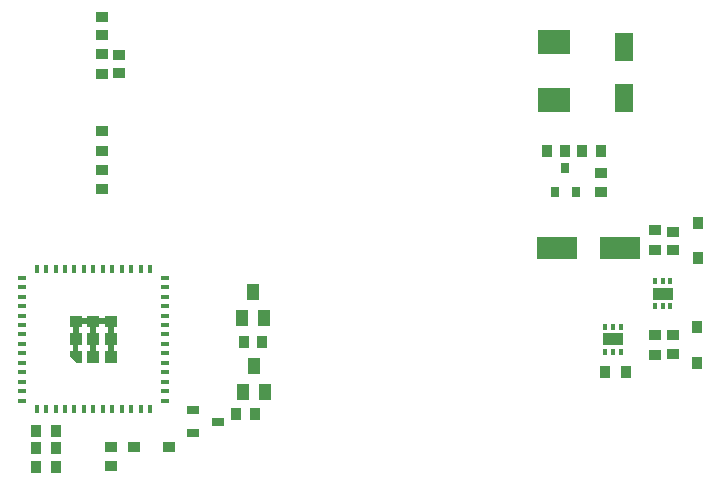
<source format=gtp>
G04*
G04 #@! TF.GenerationSoftware,Altium Limited,Altium Designer,24.5.2 (23)*
G04*
G04 Layer_Color=8421504*
%FSLAX25Y25*%
%MOIN*%
G70*
G04*
G04 #@! TF.SameCoordinates,C9A36013-1EDC-4BB1-827E-2851C72F543B*
G04*
G04*
G04 #@! TF.FilePolarity,Positive*
G04*
G01*
G75*
%ADD19R,0.03150X0.01575*%
%ADD20R,0.01575X0.03150*%
%ADD21R,0.04016X0.03701*%
%ADD22R,0.03701X0.04016*%
%ADD23R,0.03937X0.05512*%
%ADD24R,0.06693X0.04331*%
%ADD25R,0.01378X0.02362*%
%ADD26R,0.03543X0.03937*%
%ADD27R,0.04331X0.02559*%
%ADD28R,0.03937X0.03543*%
%ADD29R,0.13780X0.07284*%
%ADD30R,0.03150X0.03543*%
%ADD31R,0.06102X0.09252*%
%ADD32R,0.11024X0.08465*%
G36*
X25597Y55118D02*
X29528D01*
X29527Y55117D01*
Y54128D01*
X31479D01*
X31498Y54110D01*
Y55088D01*
X31497Y55118D01*
X35434D01*
Y51181D01*
X34447D01*
Y49251D01*
X34483Y49215D01*
X35431D01*
Y45278D01*
X34445D01*
X34394Y45329D01*
Y43360D01*
X35380D01*
X35434Y43307D01*
Y39370D01*
X31497D01*
Y43307D01*
X32490D01*
Y45288D01*
X32499Y45297D01*
X31500D01*
Y49209D01*
X31497Y49213D01*
X32372D01*
X32425Y49266D01*
Y51234D01*
X31550D01*
X31497Y51181D01*
Y52178D01*
X31499Y52180D01*
X29550D01*
X29528Y52203D01*
Y51181D01*
X29528Y51181D01*
X28542D01*
Y49260D01*
X28599Y49202D01*
X29451D01*
X29498Y49250D01*
Y45244D01*
X29491Y45252D01*
X28560D01*
X28521Y45213D01*
Y43304D01*
X28523Y43307D01*
X29528D01*
Y39370D01*
X25591D01*
Y43307D01*
X25644Y43360D01*
X26573D01*
X26581Y43368D01*
Y45268D01*
X25603D01*
X25572Y45300D01*
Y49178D01*
X25596Y49203D01*
X26526D01*
X26605Y49281D01*
Y51166D01*
X26590Y51182D01*
X25592D01*
X25591Y51181D01*
Y52156D01*
X25572Y52175D01*
X23617D01*
Y51187D01*
X22644D01*
X22638Y51181D01*
Y49195D01*
X23606D01*
X23623Y49213D01*
Y45276D01*
X22636D01*
X22583Y45329D01*
Y43362D01*
X23567D01*
X23623Y43307D01*
Y39370D01*
X22048D01*
X19686Y41732D01*
Y43307D01*
X20670D01*
X20667Y43310D01*
Y45277D01*
X19690D01*
X19686Y45281D01*
Y49213D01*
X19686Y49213D01*
X20677D01*
X20675Y49215D01*
Y51181D01*
X20669Y51175D01*
X19684D01*
X19686Y51176D01*
Y55118D01*
X23623D01*
X23627Y55114D01*
Y54123D01*
X23638Y54134D01*
X25591D01*
X25596Y54140D01*
Y55118D01*
X25597Y55118D01*
D02*
G37*
D19*
X3740Y26772D02*
D03*
Y29921D02*
D03*
Y33071D02*
D03*
Y36220D02*
D03*
Y39370D02*
D03*
Y42520D02*
D03*
Y45669D02*
D03*
Y48819D02*
D03*
Y51968D02*
D03*
Y55118D02*
D03*
Y58268D02*
D03*
Y61417D02*
D03*
Y64567D02*
D03*
Y67716D02*
D03*
X51378D02*
D03*
Y64567D02*
D03*
Y61417D02*
D03*
Y58268D02*
D03*
Y55118D02*
D03*
Y51968D02*
D03*
Y48819D02*
D03*
Y45669D02*
D03*
Y42520D02*
D03*
Y39370D02*
D03*
Y36220D02*
D03*
Y33071D02*
D03*
Y29921D02*
D03*
Y26772D02*
D03*
D20*
X8661Y70473D02*
D03*
X11811D02*
D03*
X14961D02*
D03*
X18110D02*
D03*
X21260D02*
D03*
X24409D02*
D03*
X27559D02*
D03*
X30709D02*
D03*
X33858D02*
D03*
X37008D02*
D03*
X40157D02*
D03*
X43307D02*
D03*
X46457D02*
D03*
Y24016D02*
D03*
X43307D02*
D03*
X40157D02*
D03*
X37008D02*
D03*
X33858D02*
D03*
X30709D02*
D03*
X27559D02*
D03*
X24409D02*
D03*
X21260D02*
D03*
X18110D02*
D03*
X14961D02*
D03*
X11811D02*
D03*
X8661D02*
D03*
D21*
X33603Y11254D02*
D03*
Y5033D02*
D03*
X220732Y76892D02*
D03*
Y83112D02*
D03*
X220732Y48543D02*
D03*
Y42323D02*
D03*
X196827Y96394D02*
D03*
Y102614D02*
D03*
X30512Y103504D02*
D03*
Y97284D02*
D03*
X36204Y142074D02*
D03*
Y135853D02*
D03*
X30426Y154717D02*
D03*
Y148496D02*
D03*
D22*
X75254Y22172D02*
D03*
X81475D02*
D03*
X77665Y46214D02*
D03*
X83885D02*
D03*
X178712Y109835D02*
D03*
X184933D02*
D03*
X190524Y109835D02*
D03*
X196745D02*
D03*
D23*
X77344Y29770D02*
D03*
X84824D02*
D03*
X81084Y38431D02*
D03*
X76973Y54182D02*
D03*
X84453D02*
D03*
X80713Y62843D02*
D03*
D24*
X200787Y47244D02*
D03*
X217341Y62438D02*
D03*
D25*
X198228Y51378D02*
D03*
X200787D02*
D03*
X203346D02*
D03*
Y43110D02*
D03*
X200787D02*
D03*
X198228D02*
D03*
X214782Y66572D02*
D03*
X217341D02*
D03*
X219900D02*
D03*
Y58304D02*
D03*
X217341D02*
D03*
X214782D02*
D03*
D26*
X204961Y36417D02*
D03*
X198268D02*
D03*
X8530Y4769D02*
D03*
X15223D02*
D03*
X8530Y16696D02*
D03*
X15223D02*
D03*
X8530Y10865D02*
D03*
X15223D02*
D03*
X229220Y74254D02*
D03*
Y86065D02*
D03*
X228895Y39370D02*
D03*
Y51181D02*
D03*
D27*
X60827Y15905D02*
D03*
X69095Y19685D02*
D03*
X60827Y23465D02*
D03*
D28*
X40964Y11162D02*
D03*
X52775D02*
D03*
X214763Y48622D02*
D03*
Y41929D02*
D03*
Y76813D02*
D03*
Y83506D02*
D03*
X30512Y109843D02*
D03*
Y116535D02*
D03*
X30387Y142152D02*
D03*
Y135459D02*
D03*
D29*
X203116Y77737D02*
D03*
X182250D02*
D03*
D30*
X181361Y96315D02*
D03*
X188448D02*
D03*
X184904Y104189D02*
D03*
D31*
X204341Y144481D02*
D03*
Y127552D02*
D03*
D32*
X180987Y146333D02*
D03*
Y127003D02*
D03*
M02*

</source>
